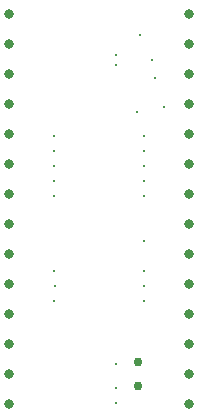
<source format=gbr>
%TF.GenerationSoftware,KiCad,Pcbnew,(6.0.8)*%
%TF.CreationDate,2022-10-28T11:52:06-04:00*%
%TF.ProjectId,HP3457A_NVSRAM_MOD,48503334-3537-4415-9f4e-565352414d5f,rev?*%
%TF.SameCoordinates,Original*%
%TF.FileFunction,Plated,1,2,PTH,Drill*%
%TF.FilePolarity,Positive*%
%FSLAX46Y46*%
G04 Gerber Fmt 4.6, Leading zero omitted, Abs format (unit mm)*
G04 Created by KiCad (PCBNEW (6.0.8)) date 2022-10-28 11:52:06*
%MOMM*%
%LPD*%
G01*
G04 APERTURE LIST*
%TA.AperFunction,ViaDrill*%
%ADD10C,0.330200*%
%TD*%
%TA.AperFunction,ComponentDrill*%
%ADD11C,0.750000*%
%TD*%
%TA.AperFunction,ComponentDrill*%
%ADD12C,0.800000*%
%TD*%
G04 APERTURE END LIST*
D10*
X115570000Y-68707000D03*
X115570000Y-69977000D03*
X115570000Y-71247000D03*
X115570000Y-72517000D03*
X115570000Y-73787000D03*
X115570000Y-80137000D03*
X115570000Y-82677000D03*
X115582215Y-81407000D03*
X120777000Y-61849000D03*
X120777000Y-62738000D03*
X120777000Y-88011000D03*
X120777000Y-90043000D03*
X120799466Y-91313000D03*
X122555000Y-66675000D03*
X122809000Y-60198000D03*
X123190000Y-68707000D03*
X123190000Y-69977000D03*
X123190000Y-71247000D03*
X123190000Y-72517000D03*
X123190000Y-73787000D03*
X123190000Y-77597000D03*
X123190000Y-80137000D03*
X123190000Y-81407000D03*
X123190000Y-82677000D03*
X123825000Y-62306200D03*
X124104400Y-63804800D03*
X124841000Y-66294000D03*
D11*
%TO.C,J1*%
X122682000Y-87865200D03*
X122682000Y-89865200D03*
D12*
%TO.C,U10*%
X111760000Y-58420000D03*
X111760000Y-60960000D03*
X111760000Y-63500000D03*
X111760000Y-66040000D03*
X111760000Y-68580000D03*
X111760000Y-71120000D03*
X111760000Y-73660000D03*
X111760000Y-76200000D03*
X111760000Y-78740000D03*
X111760000Y-81280000D03*
X111760000Y-83820000D03*
X111760000Y-86360000D03*
X111760000Y-88900000D03*
X111760000Y-91440000D03*
X127000000Y-58420000D03*
X127000000Y-60960000D03*
X127000000Y-63500000D03*
X127000000Y-66040000D03*
X127000000Y-68580000D03*
X127000000Y-71120000D03*
X127000000Y-73660000D03*
X127000000Y-76200000D03*
X127000000Y-78740000D03*
X127000000Y-81280000D03*
X127000000Y-83820000D03*
X127000000Y-86360000D03*
X127000000Y-88900000D03*
X127000000Y-91440000D03*
M02*

</source>
